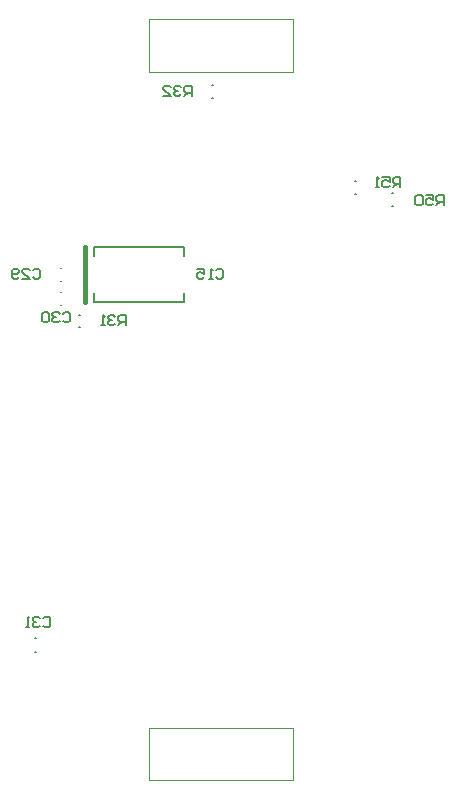
<source format=gbo>
%FSTAX23Y23*%
%MOIN*%
%SFA1B1*%

%IPPOS*%
%ADD11C,0.007870*%
%ADD12C,0.003000*%
%ADD13C,0.007000*%
%ADD69C,0.015750*%
%LNspeakeasy_audio-1*%
%LPD*%
G54D11*
X02724Y03524D02*
X03024D01*
X02724Y03705D02*
X03024D01*
X02724Y03524D02*
Y03552D01*
X03024Y03524D02*
Y03552D01*
X02724Y03677D02*
Y03705D01*
X03024Y03677D02*
Y03705D01*
X02528Y02357D02*
X02531D01*
X02528Y02402D02*
X02531D01*
X02675Y03438D02*
X02679D01*
X02675Y03481D02*
X02679D01*
X03118Y04246D02*
X03121D01*
X03118Y04203D02*
X03121D01*
X03718Y03885D02*
X03721D01*
X03718Y03842D02*
X03721D01*
X03596Y03926D02*
X03599D01*
X03596Y03883D02*
X03599D01*
X02613Y03592D02*
X02616D01*
X02613Y03637D02*
X02616D01*
X02613Y03512D02*
X02616D01*
X02613Y03557D02*
X02616D01*
G54D12*
X02909Y0429D02*
X03389D01*
X02909D02*
Y04465D01*
X03389*
Y0429D02*
Y04465D01*
Y01928D02*
Y02103D01*
X02909D02*
X03389D01*
X02909Y01928D02*
Y02103D01*
Y01928D02*
X03389D01*
G54D13*
X03131Y03629D02*
X03137Y03634D01*
X03149*
X03155Y03629*
Y03605*
X03149Y036*
X03137*
X03131Y03605*
X0312Y036D02*
X03108D01*
X03114*
Y03634*
X0312Y03629*
X03067Y03634D02*
X0309D01*
Y03617*
X03079Y03623*
X03073*
X03067Y03617*
Y03605*
X03073Y036*
X03085*
X0309Y03605*
X02555Y02468D02*
X02561Y02473D01*
X02573*
X02579Y02468*
Y02444*
X02573Y02439*
X02561*
X02555Y02444*
X02544Y02468D02*
X02538Y02473D01*
X02526*
X0252Y02468*
Y02462*
X02526Y02456*
X02532*
X02526*
X0252Y0245*
Y02444*
X02526Y02439*
X02538*
X02544Y02444*
X02509Y02439D02*
X02497D01*
X02503*
Y02473*
X02509Y02468*
X0283Y03445D02*
Y03479D01*
X02812*
X02806Y03474*
Y03462*
X02812Y03456*
X0283*
X02818D02*
X02806Y03445D01*
X02795Y03474D02*
X02789Y03479D01*
X02777*
X02771Y03474*
Y03468*
X02777Y03462*
X02783*
X02777*
X02771Y03456*
Y0345*
X02777Y03445*
X02789*
X02795Y0345*
X0276Y03445D02*
X02748D01*
X02754*
Y03479*
X0276Y03474*
X03745Y03905D02*
Y03939D01*
X03727*
X03721Y03934*
Y03922*
X03727Y03916*
X03745*
X03733D02*
X03721Y03905D01*
X03686Y03939D02*
X0371D01*
Y03922*
X03698Y03928*
X03692*
X03686Y03922*
Y0391*
X03692Y03905*
X03704*
X0371Y0391*
X03675Y03905D02*
X03663D01*
X03669*
Y03939*
X03675Y03934*
X0389Y03845D02*
Y03879D01*
X03872*
X03866Y03874*
Y03862*
X03872Y03856*
X0389*
X03878D02*
X03866Y03845D01*
X03831Y03879D02*
X03855D01*
Y03862*
X03843Y03868*
X03837*
X03831Y03862*
Y0385*
X03837Y03845*
X03849*
X03855Y0385*
X0382Y03874D02*
X03814Y03879D01*
X03802*
X03796Y03874*
Y0385*
X03802Y03845*
X03814*
X0382Y0385*
Y03874*
X02621Y03484D02*
X02627Y03489D01*
X02639*
X02645Y03484*
Y0346*
X02639Y03455*
X02627*
X02621Y0346*
X0261Y03484D02*
X02604Y03489D01*
X02592*
X02586Y03484*
Y03478*
X02592Y03472*
X02598*
X02592*
X02586Y03466*
Y0346*
X02592Y03455*
X02604*
X0261Y0346*
X02575Y03484D02*
X02569Y03489D01*
X02557*
X02551Y03484*
Y0346*
X02557Y03455*
X02569*
X02575Y0346*
Y03484*
X02521Y03629D02*
X02527Y03634D01*
X02539*
X02545Y03629*
Y03605*
X02539Y036*
X02527*
X02521Y03605*
X02486Y036D02*
X0251D01*
X02486Y03623*
Y03629*
X02492Y03634*
X02504*
X0251Y03629*
X02475Y03605D02*
X02469Y036D01*
X02457*
X02451Y03605*
Y03629*
X02457Y03634*
X02469*
X02475Y03629*
Y03623*
X02469Y03617*
X02451*
X0305Y0421D02*
Y04244D01*
X03032*
X03026Y04239*
Y04227*
X03032Y04221*
X0305*
X03038D02*
X03026Y0421D01*
X03015Y04239D02*
X03009Y04244D01*
X02997*
X02991Y04239*
Y04233*
X02997Y04227*
X03003*
X02997*
X02991Y04221*
Y04215*
X02997Y0421*
X03009*
X03015Y04215*
X02956Y0421D02*
X0298D01*
X02956Y04233*
Y04239*
X02962Y04244*
X02974*
X0298Y04239*
G54D69*
X02696Y03524D02*
Y03705D01*
M02*
</source>
